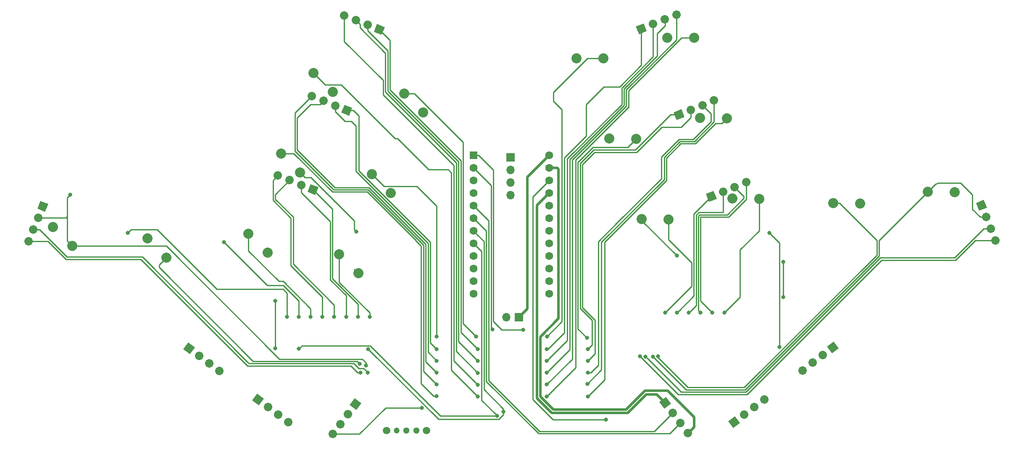
<source format=gbr>
G04 #@! TF.GenerationSoftware,KiCad,Pcbnew,(5.1.4)-1*
G04 #@! TF.CreationDate,2023-12-29T15:47:13-05:00*
G04 #@! TF.ProjectId,ThumbsUp,5468756d-6273-4557-902e-6b696361645f,rev?*
G04 #@! TF.SameCoordinates,Original*
G04 #@! TF.FileFunction,Copper,L1,Top*
G04 #@! TF.FilePolarity,Positive*
%FSLAX46Y46*%
G04 Gerber Fmt 4.6, Leading zero omitted, Abs format (unit mm)*
G04 Created by KiCad (PCBNEW (5.1.4)-1) date 2023-12-29 15:47:13*
%MOMM*%
%LPD*%
G04 APERTURE LIST*
%ADD10O,1.700000X1.700000*%
%ADD11R,1.700000X1.700000*%
%ADD12C,1.500000*%
%ADD13C,1.200000*%
%ADD14C,1.300000*%
%ADD15C,1.600000*%
%ADD16R,1.600000X1.600000*%
%ADD17C,1.700000*%
%ADD18C,1.700000*%
%ADD19C,0.100000*%
%ADD20C,2.032000*%
%ADD21C,0.800000*%
%ADD22C,0.508000*%
%ADD23C,0.254000*%
%ADD24C,0.250000*%
G04 APERTURE END LIST*
D10*
X150710000Y-119920000D03*
D11*
X153250000Y-119920000D03*
D12*
X126590000Y-142790000D03*
X134590000Y-142790000D03*
D13*
X128590000Y-142790000D03*
D14*
X130590000Y-142790000D03*
X132590000Y-142790000D03*
D15*
X159332000Y-87252000D03*
X159332000Y-89792000D03*
X159332000Y-92332000D03*
X159332000Y-94872000D03*
X159332000Y-97412000D03*
X159332000Y-99952000D03*
X159332000Y-102492000D03*
X159332000Y-105032000D03*
X159332000Y-107572000D03*
X159332000Y-110112000D03*
X159332000Y-112652000D03*
X159332000Y-115192000D03*
X144092000Y-115192000D03*
X144092000Y-112652000D03*
X144092000Y-110112000D03*
X144092000Y-107572000D03*
X144092000Y-105032000D03*
X144092000Y-102492000D03*
X144092000Y-99952000D03*
X144092000Y-97412000D03*
X144092000Y-94872000D03*
X144092000Y-92332000D03*
X144092000Y-89792000D03*
D16*
X144092000Y-87252000D03*
D17*
X199065141Y-92685498D03*
D18*
X199065141Y-92685498D02*
X199065141Y-92685498D01*
D17*
X196710094Y-93636999D03*
D18*
X196710094Y-93636999D02*
X196710094Y-93636999D01*
D17*
X194355047Y-94588499D03*
D18*
X194355047Y-94588499D02*
X194355047Y-94588499D01*
D17*
X192000000Y-95540000D03*
D19*
G36*
X193106522Y-96009691D02*
G01*
X191530309Y-96646522D01*
X190893478Y-95070309D01*
X192469691Y-94433478D01*
X193106522Y-96009691D01*
X193106522Y-96009691D01*
G37*
D17*
X246428381Y-97351090D03*
D19*
G36*
X245958690Y-98457612D02*
G01*
X245321859Y-96881399D01*
X246898072Y-96244568D01*
X247534903Y-97820781D01*
X245958690Y-98457612D01*
X245958690Y-98457612D01*
G37*
D17*
X247379882Y-99706137D03*
D18*
X247379882Y-99706137D02*
X247379882Y-99706137D01*
D17*
X248331382Y-102061184D03*
D18*
X248331382Y-102061184D02*
X248331382Y-102061184D01*
D17*
X249282883Y-104416231D03*
D18*
X249282883Y-104416231D02*
X249282883Y-104416231D01*
D17*
X177894345Y-61730649D03*
D19*
G36*
X179000867Y-62200340D02*
G01*
X177424654Y-62837171D01*
X176787823Y-61260958D01*
X178364036Y-60624127D01*
X179000867Y-62200340D01*
X179000867Y-62200340D01*
G37*
D17*
X180249392Y-60779148D03*
D18*
X180249392Y-60779148D02*
X180249392Y-60779148D01*
D17*
X182604439Y-59827648D03*
D18*
X182604439Y-59827648D02*
X182604439Y-59827648D01*
D17*
X184959486Y-58876147D03*
D18*
X184959486Y-58876147D02*
X184959486Y-58876147D01*
D17*
X185500000Y-79040000D03*
D19*
G36*
X186606522Y-79509691D02*
G01*
X185030309Y-80146522D01*
X184393478Y-78570309D01*
X185969691Y-77933478D01*
X186606522Y-79509691D01*
X186606522Y-79509691D01*
G37*
D17*
X187855047Y-78088499D03*
D18*
X187855047Y-78088499D02*
X187855047Y-78088499D01*
D17*
X190210094Y-77136999D03*
D18*
X190210094Y-77136999D02*
X190210094Y-77136999D01*
D17*
X192565141Y-76185498D03*
D18*
X192565141Y-76185498D02*
X192565141Y-76185498D01*
D17*
X187293643Y-143302834D03*
D18*
X187293643Y-143302834D02*
X187293643Y-143302834D01*
D17*
X185765033Y-141274299D03*
D18*
X185765033Y-141274299D02*
X185765033Y-141274299D01*
D17*
X184236423Y-139245765D03*
D18*
X184236423Y-139245765D02*
X184236423Y-139245765D01*
D17*
X182707813Y-137217231D03*
D19*
G36*
X182540516Y-138407614D02*
G01*
X181517430Y-137049934D01*
X182875110Y-136026848D01*
X183898196Y-137384528D01*
X182540516Y-138407614D01*
X182540516Y-138407614D01*
G37*
D20*
X241033916Y-94677189D03*
X235611323Y-94603136D03*
X188559694Y-63569216D03*
X183137101Y-63495163D03*
X195115309Y-79794933D03*
X189692716Y-79720880D03*
X201670924Y-96020651D03*
X196248331Y-95946598D03*
X222007982Y-96971492D03*
X216585389Y-96897439D03*
D17*
X210415141Y-130637906D03*
D18*
X210415141Y-130637906D02*
X210415141Y-130637906D01*
D17*
X212443676Y-129109296D03*
D18*
X212443676Y-129109296D02*
X212443676Y-129109296D01*
D17*
X214472210Y-127580686D03*
D18*
X214472210Y-127580686D02*
X214472210Y-127580686D01*
D17*
X216500744Y-126052076D03*
D19*
G36*
X215310361Y-125884779D02*
G01*
X216668041Y-124861693D01*
X217691127Y-126219373D01*
X216333447Y-127242459D01*
X215310361Y-125884779D01*
X215310361Y-125884779D01*
G37*
D17*
X92892618Y-130791511D03*
D18*
X92892618Y-130791511D02*
X92892618Y-130791511D01*
D17*
X90864083Y-129262901D03*
D18*
X90864083Y-129262901D02*
X90864083Y-129262901D01*
D17*
X88835549Y-127734291D03*
D18*
X88835549Y-127734291D02*
X88835549Y-127734291D01*
D17*
X86807015Y-126205681D03*
D19*
G36*
X86974312Y-127396064D02*
G01*
X85616632Y-126372978D01*
X86639718Y-125015298D01*
X87997398Y-126038384D01*
X86974312Y-127396064D01*
X86974312Y-127396064D01*
G37*
D17*
X57295205Y-97543276D03*
D19*
G36*
X56188683Y-98012967D02*
G01*
X56825514Y-96436754D01*
X58401727Y-97073585D01*
X57764896Y-98649798D01*
X56188683Y-98012967D01*
X56188683Y-98012967D01*
G37*
D17*
X56343704Y-99898323D03*
D18*
X56343704Y-99898323D02*
X56343704Y-99898323D01*
D17*
X55392204Y-102253370D03*
D18*
X55392204Y-102253370D02*
X55392204Y-102253370D01*
D17*
X54440703Y-104608417D03*
D18*
X54440703Y-104608417D02*
X54440703Y-104608417D01*
D17*
X125097799Y-61864591D03*
D19*
G36*
X124628108Y-60758069D02*
G01*
X126204321Y-61394900D01*
X125567490Y-62971113D01*
X123991277Y-62334282D01*
X124628108Y-60758069D01*
X124628108Y-60758069D01*
G37*
D17*
X122742752Y-60913090D03*
D18*
X122742752Y-60913090D02*
X122742752Y-60913090D01*
D17*
X120387705Y-59961590D03*
D18*
X120387705Y-59961590D02*
X120387705Y-59961590D01*
D17*
X118032658Y-59010089D03*
D18*
X118032658Y-59010089D02*
X118032658Y-59010089D01*
D17*
X118558765Y-78178249D03*
D19*
G36*
X118089074Y-77071727D02*
G01*
X119665287Y-77708558D01*
X119028456Y-79284771D01*
X117452243Y-78647940D01*
X118089074Y-77071727D01*
X118089074Y-77071727D01*
G37*
D17*
X116203718Y-77226748D03*
D18*
X116203718Y-77226748D02*
X116203718Y-77226748D01*
D17*
X113848671Y-76275248D03*
D18*
X113848671Y-76275248D02*
X113848671Y-76275248D01*
D17*
X111493624Y-75323747D03*
D18*
X111493624Y-75323747D02*
X111493624Y-75323747D01*
D17*
X104678867Y-91323747D03*
D18*
X104678867Y-91323747D02*
X104678867Y-91323747D01*
D17*
X107033914Y-92275248D03*
D18*
X107033914Y-92275248D02*
X107033914Y-92275248D01*
D17*
X109388961Y-93226748D03*
D18*
X109388961Y-93226748D02*
X109388961Y-93226748D01*
D17*
X111744008Y-94178249D03*
D19*
G36*
X111274317Y-93071727D02*
G01*
X112850530Y-93708558D01*
X112213699Y-95284771D01*
X110637486Y-94647940D01*
X111274317Y-93071727D01*
X111274317Y-93071727D01*
G37*
D20*
X111845799Y-70639240D03*
X115695044Y-74459359D03*
X176838588Y-83943604D03*
X171415995Y-83869551D03*
X59371576Y-101747213D03*
X63220821Y-105567332D03*
X78397510Y-104041516D03*
X82246755Y-107861635D03*
X98734568Y-103090675D03*
X102583813Y-106910794D03*
X183394203Y-100169321D03*
X177971610Y-100095268D03*
X130122520Y-74787910D03*
X133971765Y-78608029D03*
X117011289Y-107239345D03*
X120860534Y-111059464D03*
X123566904Y-91013628D03*
X127416149Y-94833747D03*
X170282973Y-67717886D03*
X164860380Y-67643833D03*
X105290183Y-86864957D03*
X109139428Y-90685076D03*
D17*
X106728320Y-141127050D03*
D18*
X106728320Y-141127050D02*
X106728320Y-141127050D01*
D17*
X104699785Y-139598440D03*
D18*
X104699785Y-139598440D02*
X104699785Y-139598440D01*
D17*
X102671251Y-138069830D03*
D18*
X102671251Y-138069830D02*
X102671251Y-138069830D01*
D17*
X100642717Y-136541220D03*
D19*
G36*
X100810014Y-137731603D02*
G01*
X99452334Y-136708517D01*
X100475420Y-135350837D01*
X101833100Y-136373923D01*
X100810014Y-137731603D01*
X100810014Y-137731603D01*
G37*
D11*
X151558765Y-87678249D03*
D10*
X151558765Y-90218249D03*
X151558765Y-92758249D03*
X151558765Y-95298249D03*
D17*
X196616901Y-141066163D03*
D19*
G36*
X197807284Y-141233460D02*
G01*
X196449604Y-142256546D01*
X195426518Y-140898866D01*
X196784198Y-139875780D01*
X197807284Y-141233460D01*
X197807284Y-141233460D01*
G37*
D17*
X198645435Y-139537553D03*
D18*
X198645435Y-139537553D02*
X198645435Y-139537553D01*
D17*
X200673969Y-138008943D03*
D18*
X200673969Y-138008943D02*
X200673969Y-138008943D01*
D17*
X202702504Y-136480333D03*
D18*
X202702504Y-136480333D02*
X202702504Y-136480333D01*
D17*
X115734284Y-143501436D03*
D18*
X115734284Y-143501436D02*
X115734284Y-143501436D01*
D17*
X117262894Y-141472901D03*
D18*
X117262894Y-141472901D02*
X117262894Y-141472901D01*
D17*
X118791504Y-139444367D03*
D18*
X118791504Y-139444367D02*
X118791504Y-139444367D01*
D17*
X120320114Y-137415833D03*
D19*
G36*
X119129731Y-137583130D02*
G01*
X120152817Y-136225450D01*
X121510497Y-137248536D01*
X120487411Y-138606216D01*
X119129731Y-137583130D01*
X119129731Y-137583130D01*
G37*
D21*
X144972750Y-133531500D03*
X154125000Y-122431000D03*
X144972750Y-131150250D03*
X144972750Y-128769000D03*
X144972750Y-126387750D03*
X136660500Y-133486750D03*
X147880000Y-122360000D03*
X136660500Y-131105500D03*
X136660500Y-128724250D03*
X136660500Y-126343000D03*
X113643750Y-119827500D03*
X122883000Y-126368000D03*
X150140000Y-138990000D03*
X116025000Y-119827500D03*
X118406250Y-119827500D03*
X120787500Y-119827500D03*
X93800000Y-104746250D03*
X108881250Y-119827500D03*
X108913004Y-126241000D03*
X148860000Y-139800000D03*
X74450000Y-102890000D03*
X106500000Y-119827500D03*
X144972750Y-135912750D03*
X136660500Y-135868000D03*
X111262500Y-119827500D03*
X144600000Y-123796250D03*
X136662500Y-123796250D03*
X123168750Y-119827500D03*
X158887500Y-123796250D03*
X166952000Y-124113750D03*
X182700000Y-119033750D03*
X158842500Y-135892750D03*
X167133750Y-135894000D03*
X194606250Y-119033750D03*
X158842500Y-133511500D03*
X158842500Y-131130250D03*
X158842500Y-128749000D03*
X158842500Y-126367750D03*
X167017966Y-133396965D03*
X167133750Y-131131500D03*
X167133750Y-128750250D03*
X167133750Y-126369000D03*
X192183098Y-118991848D03*
X189843750Y-119033750D03*
X189843750Y-119033750D03*
X187462500Y-119033750D03*
X185081250Y-119033750D03*
X121160000Y-129330000D03*
X62800000Y-95240000D03*
X122427451Y-129657011D03*
X122780813Y-131111022D03*
X121310000Y-131100000D03*
X104118750Y-116652500D03*
X104118750Y-126177500D03*
X120470000Y-102619000D03*
X203723946Y-102913946D03*
X205718750Y-125941515D03*
X185050002Y-107490000D03*
X206512500Y-108715000D03*
X206512500Y-115858750D03*
X181238135Y-127808953D03*
X180241773Y-127894314D03*
X178763000Y-127860299D03*
X133680000Y-138220000D03*
X177654566Y-127829862D03*
X170762000Y-140591966D03*
D22*
X188542000Y-142116000D02*
X187355166Y-143302834D01*
X187355166Y-143302834D02*
X187293643Y-143302834D01*
X178636000Y-134750000D02*
X183208000Y-134750000D01*
X160153672Y-138560000D02*
X174826000Y-138560000D01*
X160983000Y-89792000D02*
X161237000Y-90046000D01*
X159332000Y-89792000D02*
X160983000Y-89792000D01*
X188542000Y-140084000D02*
X188542000Y-142116000D01*
X161237000Y-90046000D02*
X161237000Y-120182828D01*
X174826000Y-138560000D02*
X178636000Y-134750000D01*
X161237000Y-120182828D02*
X157554000Y-123865828D01*
X157554000Y-123865828D02*
X157554000Y-135960328D01*
X183208000Y-134750000D02*
X188542000Y-140084000D01*
X157554000Y-135960328D02*
X160153672Y-138560000D01*
D23*
X140155000Y-128713750D02*
X140155000Y-90908761D01*
X144972750Y-133531500D02*
X140155000Y-128713750D01*
D24*
X140155000Y-90882522D02*
X140155000Y-89284000D01*
X118032658Y-60212170D02*
X118032658Y-59010089D01*
X140128761Y-90908761D02*
X140155000Y-90882522D01*
X140155000Y-89284000D02*
X125893737Y-75022737D01*
X125893737Y-75022737D02*
X125893737Y-72123737D01*
X125893737Y-72123737D02*
X118032658Y-64262658D01*
X118032658Y-64262658D02*
X118032658Y-60212170D01*
D23*
X145146000Y-87252000D02*
X144092000Y-87252000D01*
X148080000Y-90186000D02*
X145146000Y-87252000D01*
X148080000Y-120760000D02*
X148080000Y-90186000D01*
X154125000Y-122431000D02*
X149751000Y-122431000D01*
X149751000Y-122431000D02*
X148080000Y-120760000D01*
D24*
X121237704Y-60811589D02*
X120387705Y-59961590D01*
X126343748Y-66646248D02*
X121237704Y-61540204D01*
X121237704Y-61540204D02*
X121237704Y-60811589D01*
X126343748Y-74426409D02*
X126343748Y-66646248D01*
D23*
X140609010Y-88726248D02*
X126345747Y-74462985D01*
X140609010Y-126786510D02*
X140609010Y-88726248D01*
X144972750Y-131150250D02*
X140609010Y-126786510D01*
D24*
X122742752Y-62115171D02*
X122742752Y-60913090D01*
X126793759Y-66166178D02*
X122742752Y-62115171D01*
X126793759Y-74271759D02*
X126793759Y-66166178D01*
X141044000Y-88522000D02*
X126793759Y-74271759D01*
X141044000Y-88585500D02*
X141044000Y-88522000D01*
D23*
X144572751Y-128369001D02*
X144972750Y-128769000D01*
X141063021Y-88604521D02*
X141063021Y-124859271D01*
X141044000Y-88585500D02*
X141063021Y-88604521D01*
X141063021Y-124859271D02*
X144572751Y-128369001D01*
D24*
X127243770Y-68978979D02*
X127243770Y-64010562D01*
X127243770Y-64010562D02*
X125821456Y-62588248D01*
X125821456Y-62588248D02*
X125097799Y-61864591D01*
D23*
X141517032Y-88315264D02*
X127245769Y-74044001D01*
X144972750Y-126387750D02*
X141517032Y-122932032D01*
X127245769Y-74044001D02*
X127245769Y-68978979D01*
X141517032Y-122932032D02*
X141517032Y-88315264D01*
D24*
X110643625Y-76173746D02*
X111493624Y-75323747D01*
X108087500Y-78729871D02*
X110643625Y-76173746D01*
X108087500Y-86432822D02*
X108087500Y-78729871D01*
X115706689Y-94052011D02*
X108087500Y-86432822D01*
D23*
X134005010Y-105366078D02*
X122821943Y-94183011D01*
X115840516Y-94183011D02*
X115707103Y-94049598D01*
X136660500Y-133486750D02*
X134005010Y-130831260D01*
X122821943Y-94183011D02*
X115840516Y-94183011D01*
X134005010Y-130831260D02*
X134005010Y-105366078D01*
X147610000Y-122090000D02*
X147880000Y-122360000D01*
X144092000Y-89792000D02*
X147610000Y-93310000D01*
X147610000Y-93310000D02*
X147610000Y-122090000D01*
D24*
X113158919Y-76965000D02*
X113848671Y-76275248D01*
X114755000Y-92332000D02*
X114723250Y-92332000D01*
X115898000Y-93475000D02*
X114755000Y-92332000D01*
X114723250Y-92332000D02*
X108537510Y-86146260D01*
X108537510Y-86146260D02*
X108537510Y-79689990D01*
X108537510Y-79689990D02*
X111262500Y-76965000D01*
X111262500Y-76965000D02*
X113158919Y-76965000D01*
D23*
X134459020Y-105178020D02*
X123010000Y-93729000D01*
X136660500Y-131105500D02*
X134459020Y-128904020D01*
X123010000Y-93729000D02*
X116152000Y-93729000D01*
X134459020Y-128904020D02*
X134459020Y-105178020D01*
X116152000Y-93729000D02*
X115898000Y-93475000D01*
D24*
X116203718Y-78428829D02*
X116203718Y-77226748D01*
X117384670Y-79609781D02*
X116203718Y-78428829D01*
D23*
X118168889Y-80394000D02*
X117384670Y-79609781D01*
X134913031Y-126976781D02*
X134913030Y-104989963D01*
X136660500Y-128724250D02*
X134913031Y-126976781D01*
X134913030Y-104989963D02*
X120399183Y-90476116D01*
X120399183Y-81339183D02*
X119454000Y-80394000D01*
X120399183Y-90476116D02*
X120399183Y-81339183D01*
X119454000Y-80394000D02*
X118168889Y-80394000D01*
D24*
X119575519Y-78178249D02*
X118558765Y-78178249D01*
D23*
X120978000Y-79251000D02*
X119905249Y-78178249D01*
X136660500Y-126343000D02*
X135367041Y-125049541D01*
X135367041Y-125049541D02*
X135367041Y-104816041D01*
X135367041Y-104816041D02*
X135367039Y-104816039D01*
X135367039Y-104816039D02*
X135367039Y-104801405D01*
X135367039Y-104801405D02*
X120978000Y-90412366D01*
X119905249Y-78178249D02*
X118558765Y-78178249D01*
X120978000Y-90412366D02*
X120978000Y-79251000D01*
D24*
X113643750Y-119261815D02*
X113643750Y-119827500D01*
X103668739Y-92333875D02*
X103668739Y-96280070D01*
X104678867Y-91323747D02*
X103668739Y-92333875D01*
X103668739Y-96280070D02*
X107293750Y-99905081D01*
X107293750Y-99905081D02*
X107293750Y-109508750D01*
X107293750Y-109508750D02*
X113643750Y-115858750D01*
X113643750Y-115858750D02*
X113643750Y-119261815D01*
D23*
X122883000Y-126368000D02*
X137042002Y-140527002D01*
X137042002Y-140527002D02*
X149168683Y-140527002D01*
X150140000Y-139555685D02*
X150140000Y-138990000D01*
X149168683Y-140527002D02*
X150140000Y-139555685D01*
X144891999Y-103291999D02*
X144092000Y-102492000D01*
X146185989Y-104585989D02*
X144891999Y-103291999D01*
X146185989Y-134509471D02*
X146185989Y-104585989D01*
X150140000Y-138990000D02*
X150140000Y-138463482D01*
X150140000Y-138463482D02*
X146185989Y-134509471D01*
D24*
X116025000Y-117446250D02*
X116025000Y-119261815D01*
X107033914Y-92275248D02*
X104118750Y-95190412D01*
X116025000Y-119261815D02*
X116025000Y-119827500D01*
X107743761Y-99718681D02*
X107743761Y-109165011D01*
X107743761Y-109165011D02*
X116025000Y-117446250D01*
X104118750Y-96093671D02*
X107743761Y-99718681D01*
X104118750Y-95190412D02*
X104118750Y-96093671D01*
X118406250Y-115544071D02*
X118406250Y-119261815D01*
X115220277Y-112358098D02*
X118406250Y-115544071D01*
X115220277Y-100625322D02*
X115220277Y-112358098D01*
X109388961Y-94794006D02*
X115220277Y-100625322D01*
X118406250Y-119261815D02*
X118406250Y-119827500D01*
X109388961Y-93226748D02*
X109388961Y-94794006D01*
X115670288Y-98104529D02*
X115670288Y-112171698D01*
X115670288Y-112171698D02*
X120787500Y-117288910D01*
X120787500Y-117288910D02*
X120787500Y-119261815D01*
X111744008Y-94178249D02*
X115670288Y-98104529D01*
X120787500Y-119261815D02*
X120787500Y-119827500D01*
X108881250Y-116652500D02*
X108881250Y-119827500D01*
X105706250Y-113477500D02*
X108881250Y-116652500D01*
X102531250Y-113477500D02*
X105706250Y-113477500D01*
X93800000Y-104746250D02*
X102531250Y-113477500D01*
D23*
X109513006Y-125640998D02*
X123231962Y-125640998D01*
X148294315Y-139800000D02*
X148860000Y-139800000D01*
X123231962Y-125640998D02*
X137390964Y-139800000D01*
X148460001Y-139400001D02*
X148860000Y-139800000D01*
X145731978Y-106671978D02*
X145731978Y-136671978D01*
X144092000Y-105032000D02*
X145731978Y-106671978D01*
X145731978Y-136671978D02*
X148460001Y-139400001D01*
X137390964Y-139800000D02*
X148294315Y-139800000D01*
X108913004Y-126241000D02*
X109513006Y-125640998D01*
D24*
X106500000Y-119261815D02*
X106500000Y-119827500D01*
X75102000Y-102238000D02*
X80338000Y-102238000D01*
X74450000Y-102890000D02*
X75102000Y-102238000D01*
X80338000Y-102238000D02*
X92371250Y-114271250D01*
X92371250Y-114271250D02*
X105706250Y-114271250D01*
X105706250Y-114271250D02*
X106500000Y-115065000D01*
X106500000Y-115065000D02*
X106500000Y-119261815D01*
D23*
X128752000Y-83850000D02*
X128350000Y-83850000D01*
X135043784Y-90141784D02*
X128752000Y-83850000D01*
X138980784Y-90141784D02*
X135043784Y-90141784D01*
X139647000Y-90808000D02*
X138980784Y-90141784D01*
X144972750Y-135912750D02*
X139647000Y-130587000D01*
X139647000Y-130587000D02*
X139647000Y-90808000D01*
D24*
X112861798Y-71655239D02*
X111845799Y-70639240D01*
X114202809Y-72996250D02*
X112861798Y-71655239D01*
X117416250Y-72996250D02*
X114202809Y-72996250D01*
X128350000Y-83850000D02*
X128270000Y-83850000D01*
X128270000Y-83850000D02*
X117416250Y-72996250D01*
X106727023Y-86864957D02*
X105290183Y-86864957D01*
X107883224Y-86864957D02*
X106727023Y-86864957D01*
X115653288Y-94635021D02*
X107883224Y-86864957D01*
X122634713Y-94635021D02*
X115653288Y-94635021D01*
X132454215Y-104454523D02*
X122634713Y-94635021D01*
D23*
X133551000Y-105554134D02*
X132452802Y-104455936D01*
X133551000Y-133324185D02*
X133551000Y-105554134D01*
X136660500Y-135868000D02*
X136094815Y-135868000D01*
X136094815Y-135868000D02*
X133551000Y-133324185D01*
D24*
X111262500Y-118240000D02*
X111262500Y-119827500D01*
X105706250Y-112683750D02*
X111262500Y-118240000D01*
X104912500Y-112683750D02*
X105706250Y-112683750D01*
X98734568Y-103090675D02*
X98734568Y-106505818D01*
X98734568Y-106505818D02*
X104912500Y-112683750D01*
D23*
X141971043Y-121167293D02*
X141971043Y-84619665D01*
X131559360Y-74787910D02*
X130122520Y-74787910D01*
X132139288Y-74787910D02*
X131559360Y-74787910D01*
X141971043Y-84619665D02*
X132139288Y-74787910D01*
X144600000Y-123796250D02*
X141971043Y-121167293D01*
X124582903Y-92029627D02*
X123566904Y-91013628D01*
X126044022Y-93490746D02*
X124582903Y-92029627D01*
X132677746Y-93490746D02*
X126044022Y-93490746D01*
X136662500Y-97475500D02*
X132677746Y-93490746D01*
X136662500Y-123796250D02*
X136662500Y-97475500D01*
D24*
X123168750Y-119261815D02*
X123168750Y-119827500D01*
X123168750Y-119033750D02*
X123168750Y-119261815D01*
X117011289Y-107239345D02*
X117011289Y-112876289D01*
X117011289Y-112876289D02*
X123168750Y-119033750D01*
D23*
X168846133Y-67717886D02*
X170282973Y-67717886D01*
X161872000Y-120811750D02*
X161872000Y-77981000D01*
X158887500Y-123796250D02*
X161872000Y-120811750D01*
X161872000Y-77981000D02*
X160221000Y-76330000D01*
X160221000Y-76330000D02*
X160221000Y-74552000D01*
X160221000Y-74552000D02*
X167055114Y-67717886D01*
X167055114Y-67717886D02*
X168846133Y-67717886D01*
X166952000Y-124113750D02*
X165120011Y-122281761D01*
X175127203Y-85654989D02*
X175822589Y-84959603D01*
X175822589Y-84959603D02*
X176838588Y-83943604D01*
X168153875Y-85654989D02*
X175127203Y-85654989D01*
X165120011Y-88688853D02*
X168153875Y-85654989D01*
X165120011Y-122281761D02*
X165120011Y-88688853D01*
D24*
X183394203Y-104284203D02*
X183394203Y-100169321D01*
X185000000Y-105890000D02*
X183394203Y-104284203D01*
X188034000Y-113699750D02*
X182700000Y-119033750D01*
X188034000Y-108924000D02*
X188034000Y-113699750D01*
X185000000Y-105890000D02*
X188034000Y-108924000D01*
X187122854Y-63569216D02*
X188559694Y-63569216D01*
X185964103Y-63569216D02*
X187122854Y-63569216D01*
X175318783Y-74214536D02*
X185964103Y-63569216D01*
D23*
X175318783Y-77527027D02*
X175318783Y-77488217D01*
X164666000Y-88179810D02*
X175318783Y-77527027D01*
X164666000Y-130069250D02*
X164666000Y-88179810D01*
X158842500Y-135892750D02*
X164666000Y-130069250D01*
D24*
X175318783Y-77612395D02*
X175318783Y-77488217D01*
X175318783Y-77488217D02*
X175318783Y-74214536D01*
D23*
X170508000Y-104781533D02*
X182956000Y-92333532D01*
X167133750Y-135894000D02*
X170508000Y-132519750D01*
X170508000Y-132519750D02*
X170508000Y-104781533D01*
D24*
X185875000Y-84902500D02*
X188788816Y-84902500D01*
X182954000Y-87823500D02*
X185875000Y-84902500D01*
X188788816Y-84902500D02*
X192880384Y-80810932D01*
X192880384Y-80810932D02*
X194099310Y-80810932D01*
X194099310Y-80810932D02*
X195115309Y-79794933D01*
D23*
X182955999Y-87825499D02*
X182955999Y-87824328D01*
X182956000Y-92333532D02*
X182955999Y-87825499D01*
D24*
X201670924Y-97457491D02*
X201670924Y-96020651D01*
X201670924Y-102444076D02*
X201670924Y-97457491D01*
X197781250Y-106333750D02*
X201670924Y-102444076D01*
X194606250Y-119033750D02*
X197781250Y-115858750D01*
X197781250Y-115858750D02*
X197781250Y-106333750D01*
X184959486Y-60078228D02*
X184959486Y-58876147D01*
X184959486Y-63937422D02*
X184959486Y-60078228D01*
X174868772Y-74028136D02*
X184959486Y-63937422D01*
X174868772Y-77337800D02*
X174868772Y-74028136D01*
X163993739Y-88212833D02*
X174868772Y-77337800D01*
D23*
X163995153Y-88219901D02*
X163995153Y-88214246D01*
X158842500Y-133511500D02*
X163995153Y-128358847D01*
X163995153Y-128358847D02*
X163995153Y-88219901D01*
D24*
X182700000Y-59923209D02*
X182604439Y-59827648D01*
X182700000Y-61090000D02*
X182700000Y-59923209D01*
X181112500Y-62677500D02*
X182700000Y-61090000D01*
X163543732Y-88026428D02*
X174418761Y-77151400D01*
X174418761Y-77151400D02*
X174418761Y-73841738D01*
X174418761Y-73841738D02*
X181112500Y-67147999D01*
X181112500Y-67147999D02*
X181112500Y-62677500D01*
D23*
X163523000Y-88049988D02*
X163545146Y-88027842D01*
X158842500Y-131130250D02*
X163523000Y-126449750D01*
X163523000Y-126449750D02*
X163523000Y-88049988D01*
D24*
X180249392Y-61981229D02*
X180249392Y-60779148D01*
X180249392Y-67374697D02*
X180249392Y-61981229D01*
X173968750Y-73655339D02*
X180249392Y-67374697D01*
X173968750Y-76965000D02*
X173968750Y-73655339D01*
D23*
X163091723Y-87839199D02*
X173966751Y-76964172D01*
X163015000Y-87915922D02*
X163091723Y-87839199D01*
X158842500Y-128749000D02*
X163015000Y-124576500D01*
X163015000Y-124576500D02*
X163015000Y-87915922D01*
D24*
X166825000Y-81727500D02*
X166825000Y-81664000D01*
X177894345Y-62747403D02*
X177894345Y-61730649D01*
X177894345Y-69070655D02*
X177894345Y-62747403D01*
X173556000Y-73409000D02*
X177894345Y-69070655D01*
X170381000Y-73409000D02*
X173556000Y-73409000D01*
X166825000Y-81664000D02*
X166825000Y-76965000D01*
X166825000Y-76965000D02*
X170381000Y-73409000D01*
D23*
X166825000Y-83315000D02*
X166825000Y-81664000D01*
X162380000Y-87760000D02*
X166825000Y-83315000D01*
X162380000Y-123075125D02*
X162380000Y-87760000D01*
X158842500Y-126367750D02*
X159087375Y-126367750D01*
X159087375Y-126367750D02*
X162380000Y-123075125D01*
D24*
X182503989Y-87637100D02*
X182503989Y-92020011D01*
X188602416Y-84452489D02*
X185688600Y-84452489D01*
X192565141Y-80489764D02*
X188602416Y-84452489D01*
X192565141Y-76185498D02*
X192565141Y-80489764D01*
X185688600Y-84452489D02*
X182503989Y-87637100D01*
D23*
X169873000Y-104774465D02*
X182501990Y-92145475D01*
X182501990Y-92145475D02*
X182501990Y-92020011D01*
X169873000Y-130541931D02*
X169873000Y-104774465D01*
X167017966Y-133396965D02*
X169873000Y-130541931D01*
X169238000Y-104651000D02*
X173175000Y-100714000D01*
X169238000Y-129592935D02*
X169238000Y-104651000D01*
X167133750Y-131131500D02*
X167699435Y-131131500D01*
X167699435Y-131131500D02*
X169238000Y-129592935D01*
D24*
X191971000Y-78897905D02*
X190210094Y-77136999D01*
X191971000Y-80447494D02*
X191971000Y-78897905D01*
X173238500Y-100650500D02*
X181938000Y-91951000D01*
X173175000Y-100587000D02*
X173238500Y-100650500D01*
X181938000Y-91951000D02*
X181938000Y-87566678D01*
X181938000Y-87566678D02*
X185502200Y-84002478D01*
X185502200Y-84002478D02*
X188416016Y-84002478D01*
X188416016Y-84002478D02*
X191971000Y-80447494D01*
X187855047Y-79290580D02*
X187855047Y-78088499D01*
X187855047Y-79590114D02*
X187855047Y-79290580D01*
X185908161Y-81537000D02*
X187855047Y-79590114D01*
X177855300Y-85734616D02*
X182052916Y-81537000D01*
X182052916Y-81537000D02*
X185908161Y-81537000D01*
D23*
X168476000Y-86617000D02*
X176972916Y-86617000D01*
X166028033Y-89064967D02*
X168476000Y-86617000D01*
X167133750Y-128750250D02*
X168603000Y-127281000D01*
X168603000Y-127281000D02*
X168603000Y-120526000D01*
X168603000Y-120526000D02*
X166028033Y-117951033D01*
X166028033Y-117951033D02*
X166028033Y-89064967D01*
X176972916Y-86617000D02*
X177855300Y-85734616D01*
X176731000Y-86109000D02*
X183800000Y-79040000D01*
X183800000Y-79040000D02*
X184483246Y-79040000D01*
X167968000Y-120533068D02*
X165574022Y-118139090D01*
X168341932Y-86109000D02*
X176731000Y-86109000D01*
X165574022Y-88876910D02*
X168341932Y-86109000D01*
X167968000Y-125534750D02*
X167968000Y-120533068D01*
X167133750Y-126369000D02*
X167968000Y-125534750D01*
X184483246Y-79040000D02*
X185500000Y-79040000D01*
X165574022Y-118139090D02*
X165574022Y-88876910D01*
D24*
X189843750Y-116652500D02*
X192183098Y-118991848D01*
X189843750Y-99698000D02*
X189843750Y-116652500D01*
X195511121Y-99698000D02*
X189843750Y-99698000D01*
X199065141Y-96143980D02*
X195511121Y-99698000D01*
X199065141Y-92685498D02*
X199065141Y-96143980D01*
X189443751Y-118633751D02*
X189843750Y-119033750D01*
X189393739Y-118583739D02*
X189443751Y-118633751D01*
X189657350Y-99247989D02*
X189393739Y-99511600D01*
X195211584Y-99247989D02*
X189657350Y-99247989D01*
X198575000Y-95501905D02*
X198575000Y-95884573D01*
X198575000Y-95884573D02*
X195211584Y-99247989D01*
X196710094Y-93636999D02*
X198575000Y-95501905D01*
X189393739Y-99511600D02*
X189393739Y-118583739D01*
X187862499Y-118633751D02*
X187462500Y-119033750D01*
X188934022Y-117562228D02*
X187862499Y-118633751D01*
X188934022Y-99334906D02*
X188934022Y-117562228D01*
X189470950Y-98797978D02*
X188934022Y-99334906D01*
X194355047Y-94588499D02*
X194355047Y-98797978D01*
X194355047Y-98797978D02*
X189470950Y-98797978D01*
X192000000Y-95540000D02*
X188484011Y-99055989D01*
X188484011Y-99055989D02*
X188484011Y-115630989D01*
X185481249Y-118633751D02*
X185081250Y-119033750D01*
X188484011Y-115630989D02*
X185481249Y-118633751D01*
D23*
X80740239Y-109368151D02*
X82246755Y-107861635D01*
X80740239Y-109868510D02*
X80740239Y-109368151D01*
D24*
X80740239Y-109868510D02*
X99685708Y-128813979D01*
X120643979Y-128813979D02*
X120760001Y-128930001D01*
X120760001Y-128930001D02*
X121160000Y-129330000D01*
X99685708Y-128813979D02*
X120643979Y-128813979D01*
X63220821Y-105567332D02*
X62204822Y-104551333D01*
X62204822Y-95835178D02*
X62800000Y-95240000D01*
X61941677Y-99898323D02*
X62204822Y-99635178D01*
X56343704Y-99898323D02*
X61941677Y-99898323D01*
X62204822Y-104551333D02*
X62204822Y-99635178D01*
X62204822Y-99635178D02*
X62204822Y-95835178D01*
X122427451Y-129091326D02*
X122427451Y-129657011D01*
X105006973Y-128363969D02*
X121700094Y-128363969D01*
X82210336Y-105567332D02*
X105006973Y-128363969D01*
X63220821Y-105567332D02*
X82210336Y-105567332D01*
X121700094Y-128363969D02*
X122427451Y-129091326D01*
X55392204Y-102253370D02*
X56605780Y-102253370D01*
X56605780Y-102253370D02*
X62120421Y-107768011D01*
X77359011Y-107768011D02*
X98536261Y-128945261D01*
X62120421Y-107768011D02*
X77359011Y-107768011D01*
D23*
X122380814Y-130711023D02*
X122780813Y-131111022D01*
X121011039Y-130272999D02*
X121942790Y-130272999D01*
X98534262Y-128946089D02*
X98854162Y-129265989D01*
X121942790Y-130272999D02*
X122380814Y-130711023D01*
X120004029Y-129265989D02*
X121011039Y-130272999D01*
X98854162Y-129265989D02*
X120004029Y-129265989D01*
D24*
X61934022Y-108218022D02*
X77047022Y-108218022D01*
X77047022Y-108218022D02*
X98478272Y-129649272D01*
X58324417Y-104608417D02*
X61934022Y-108218022D01*
X54440703Y-104608417D02*
X58324417Y-104608417D01*
D23*
X120744315Y-131100000D02*
X121310000Y-131100000D01*
X119364315Y-129720000D02*
X120744315Y-131100000D01*
X98547001Y-129720000D02*
X119364315Y-129720000D01*
X98476273Y-129649272D02*
X98547001Y-129720000D01*
D24*
X120860534Y-111059464D02*
X120050000Y-110248930D01*
X104118750Y-116652500D02*
X104118750Y-126177500D01*
X109139428Y-90685076D02*
X108450000Y-89995648D01*
D23*
X110155427Y-91701075D02*
X109139428Y-90685076D01*
X111305510Y-91701075D02*
X110155427Y-91701075D01*
X120070001Y-100465566D02*
X111305510Y-91701075D01*
X120070001Y-102219001D02*
X120070001Y-100465566D01*
X120470000Y-102619000D02*
X120070001Y-102219001D01*
D24*
X196756598Y-95946598D02*
X196248331Y-95946598D01*
X203723946Y-102913946D02*
X205718750Y-104908750D01*
X205718750Y-104908750D02*
X205718750Y-125941515D01*
X185050002Y-107173660D02*
X185050002Y-107490000D01*
X206512500Y-108715000D02*
X206512500Y-115858750D01*
D23*
X177971610Y-100411608D02*
X177971610Y-100095268D01*
X185050002Y-107490000D02*
X177971610Y-100411608D01*
D24*
X216657439Y-96897439D02*
X216585389Y-96897439D01*
X225372000Y-107361267D02*
X198643267Y-134090000D01*
X225372000Y-104397000D02*
X225372000Y-107361267D01*
X216585389Y-96897439D02*
X217872439Y-96897439D01*
X217872439Y-96897439D02*
X225372000Y-104397000D01*
D23*
X187245586Y-134088586D02*
X181238135Y-128081135D01*
X181238135Y-128081135D02*
X181238135Y-127808953D01*
X198641853Y-134088586D02*
X187245586Y-134088586D01*
D24*
X236627322Y-93587137D02*
X235611323Y-94603136D01*
X246177801Y-99706137D02*
X244612500Y-98140836D01*
X247379882Y-99706137D02*
X246177801Y-99706137D01*
X244612500Y-98140836D02*
X244612500Y-95221250D01*
X237149551Y-93064908D02*
X236627322Y-93587137D01*
X244612500Y-95221250D02*
X242231250Y-92840000D01*
X242231250Y-92840000D02*
X237706219Y-92840000D01*
X237706219Y-92840000D02*
X237149551Y-93064908D01*
X225822011Y-107547667D02*
X225558400Y-107811278D01*
X225558400Y-107811278D02*
X198804667Y-134565011D01*
X225822011Y-104392448D02*
X225822011Y-107547667D01*
X235611323Y-94603136D02*
X225822011Y-104392448D01*
D23*
X186911057Y-134563598D02*
X180641772Y-128294313D01*
X198803253Y-134563598D02*
X186911057Y-134563598D01*
X180641772Y-128294313D02*
X180241773Y-127894314D01*
D24*
X241008464Y-107921250D02*
X226084839Y-107921250D01*
X248331382Y-102061184D02*
X246868530Y-102061184D01*
X246868530Y-102061184D02*
X241008464Y-107921250D01*
X226084839Y-107921250D02*
X198991067Y-135015022D01*
D23*
X198977435Y-135022999D02*
X185925700Y-135022999D01*
X185925700Y-135022999D02*
X179162999Y-128260298D01*
X179162999Y-128260298D02*
X178763000Y-127860299D01*
X198985412Y-135015022D02*
X198977435Y-135022999D01*
X116936365Y-143501436D02*
X115734284Y-143501436D01*
X121078564Y-143501436D02*
X116936365Y-143501436D01*
X133680000Y-138220000D02*
X126360000Y-138220000D01*
X126360000Y-138220000D02*
X121078564Y-143501436D01*
D24*
X245149893Y-104416231D02*
X241194864Y-108371261D01*
X226271239Y-108371261D02*
X199177467Y-135465033D01*
X249282883Y-104416231D02*
X245149893Y-104416231D01*
X241194864Y-108371261D02*
X226271239Y-108371261D01*
D23*
X199177467Y-135465033D02*
X199171470Y-135471030D01*
X178054565Y-128229861D02*
X177654566Y-127829862D01*
X185355703Y-135530999D02*
X178054565Y-128229861D01*
X199298664Y-135346663D02*
X199114328Y-135530999D01*
X199114328Y-135530999D02*
X185355703Y-135530999D01*
D24*
X185765033Y-141274299D02*
X185749484Y-141258750D01*
D23*
X183647355Y-143391977D02*
X184915034Y-142124298D01*
X157178976Y-143391978D02*
X183647355Y-143391977D01*
X184915034Y-142124298D02*
X185765033Y-141274299D01*
X146640000Y-102500000D02*
X146640000Y-132853002D01*
X144092000Y-99952000D02*
X146640000Y-102500000D01*
X146640000Y-132853002D02*
X157178976Y-143391978D01*
X184160188Y-139322000D02*
X184236423Y-139245765D01*
X180544221Y-142937967D02*
X184160188Y-139322000D01*
X157367033Y-142937967D02*
X180544221Y-142937967D01*
X147120000Y-132690934D02*
X157367033Y-142937967D01*
X144092000Y-97412000D02*
X147120000Y-100440000D01*
X147120000Y-100440000D02*
X147120000Y-132690934D01*
D22*
X178890000Y-135512000D02*
X181002582Y-135512000D01*
X175133989Y-139268011D02*
X178890000Y-135512000D01*
X159860405Y-139268011D02*
X175133989Y-139268011D01*
X156845990Y-136253596D02*
X159860405Y-139268011D01*
X159332000Y-94872000D02*
X156845990Y-97358010D01*
X181002582Y-135512000D02*
X182707813Y-137217231D01*
X156845990Y-97358010D02*
X156845990Y-119785990D01*
X156845990Y-119785990D02*
X156845990Y-136253596D01*
D23*
X170196315Y-140591966D02*
X170762000Y-140591966D01*
X159332000Y-92332000D02*
X156030000Y-95634000D01*
X160093966Y-140591966D02*
X170196315Y-140591966D01*
X156030000Y-95634000D02*
X156030000Y-136528000D01*
X156030000Y-136528000D02*
X160093966Y-140591966D01*
D22*
X154900000Y-91684000D02*
X159332000Y-87252000D01*
X153250000Y-119920000D02*
X154900000Y-118270000D01*
X154900000Y-118270000D02*
X154900000Y-91684000D01*
M02*

</source>
